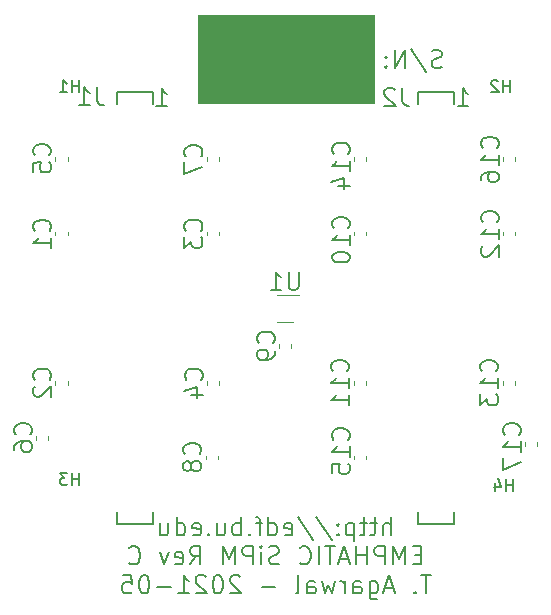
<source format=gbr>
G04 #@! TF.GenerationSoftware,KiCad,Pcbnew,5.1.10-88a1d61d58~88~ubuntu18.04.1*
G04 #@! TF.CreationDate,2021-07-16T13:38:07-04:00*
G04 #@! TF.ProjectId,SiPM_Board_RevC,5369504d-5f42-46f6-9172-645f52657643,rev?*
G04 #@! TF.SameCoordinates,PX8f0d180PY5f5e100*
G04 #@! TF.FileFunction,Legend,Bot*
G04 #@! TF.FilePolarity,Positive*
%FSLAX46Y46*%
G04 Gerber Fmt 4.6, Leading zero omitted, Abs format (unit mm)*
G04 Created by KiCad (PCBNEW 5.1.10-88a1d61d58~88~ubuntu18.04.1) date 2021-07-16 13:38:07*
%MOMM*%
%LPD*%
G01*
G04 APERTURE LIST*
%ADD10C,0.165100*%
%ADD11C,0.100000*%
%ADD12C,0.120000*%
%ADD13C,0.150000*%
G04 APERTURE END LIST*
D10*
X8960857Y-19238328D02*
X8960857Y-17714328D01*
X8307714Y-19238328D02*
X8307714Y-18440042D01*
X8380285Y-18294900D01*
X8525428Y-18222328D01*
X8743142Y-18222328D01*
X8888285Y-18294900D01*
X8960857Y-18367471D01*
X7799714Y-18222328D02*
X7219142Y-18222328D01*
X7582000Y-17714328D02*
X7582000Y-19020614D01*
X7509428Y-19165757D01*
X7364285Y-19238328D01*
X7219142Y-19238328D01*
X6928857Y-18222328D02*
X6348285Y-18222328D01*
X6711142Y-17714328D02*
X6711142Y-19020614D01*
X6638571Y-19165757D01*
X6493428Y-19238328D01*
X6348285Y-19238328D01*
X5840285Y-18222328D02*
X5840285Y-19746328D01*
X5840285Y-18294900D02*
X5695142Y-18222328D01*
X5404857Y-18222328D01*
X5259714Y-18294900D01*
X5187142Y-18367471D01*
X5114571Y-18512614D01*
X5114571Y-18948042D01*
X5187142Y-19093185D01*
X5259714Y-19165757D01*
X5404857Y-19238328D01*
X5695142Y-19238328D01*
X5840285Y-19165757D01*
X4461428Y-19093185D02*
X4388857Y-19165757D01*
X4461428Y-19238328D01*
X4534000Y-19165757D01*
X4461428Y-19093185D01*
X4461428Y-19238328D01*
X4461428Y-18294900D02*
X4388857Y-18367471D01*
X4461428Y-18440042D01*
X4534000Y-18367471D01*
X4461428Y-18294900D01*
X4461428Y-18440042D01*
X2647142Y-17641757D02*
X3953428Y-19601185D01*
X1050571Y-17641757D02*
X2356857Y-19601185D01*
X-38000Y-19165757D02*
X107142Y-19238328D01*
X397428Y-19238328D01*
X542571Y-19165757D01*
X615142Y-19020614D01*
X615142Y-18440042D01*
X542571Y-18294900D01*
X397428Y-18222328D01*
X107142Y-18222328D01*
X-38000Y-18294900D01*
X-110572Y-18440042D01*
X-110572Y-18585185D01*
X615142Y-18730328D01*
X-1416858Y-19238328D02*
X-1416858Y-17714328D01*
X-1416858Y-19165757D02*
X-1271715Y-19238328D01*
X-981429Y-19238328D01*
X-836286Y-19165757D01*
X-763715Y-19093185D01*
X-691143Y-18948042D01*
X-691143Y-18512614D01*
X-763715Y-18367471D01*
X-836286Y-18294900D01*
X-981429Y-18222328D01*
X-1271715Y-18222328D01*
X-1416858Y-18294900D01*
X-1924858Y-18222328D02*
X-2505429Y-18222328D01*
X-2142572Y-19238328D02*
X-2142572Y-17932042D01*
X-2215143Y-17786900D01*
X-2360286Y-17714328D01*
X-2505429Y-17714328D01*
X-3013429Y-19093185D02*
X-3086000Y-19165757D01*
X-3013429Y-19238328D01*
X-2940858Y-19165757D01*
X-3013429Y-19093185D01*
X-3013429Y-19238328D01*
X-3739143Y-19238328D02*
X-3739143Y-17714328D01*
X-3739143Y-18294900D02*
X-3884286Y-18222328D01*
X-4174572Y-18222328D01*
X-4319715Y-18294900D01*
X-4392286Y-18367471D01*
X-4464858Y-18512614D01*
X-4464858Y-18948042D01*
X-4392286Y-19093185D01*
X-4319715Y-19165757D01*
X-4174572Y-19238328D01*
X-3884286Y-19238328D01*
X-3739143Y-19165757D01*
X-5771143Y-18222328D02*
X-5771143Y-19238328D01*
X-5118000Y-18222328D02*
X-5118000Y-19020614D01*
X-5190572Y-19165757D01*
X-5335715Y-19238328D01*
X-5553429Y-19238328D01*
X-5698572Y-19165757D01*
X-5771143Y-19093185D01*
X-6496858Y-19093185D02*
X-6569429Y-19165757D01*
X-6496858Y-19238328D01*
X-6424286Y-19165757D01*
X-6496858Y-19093185D01*
X-6496858Y-19238328D01*
X-7803143Y-19165757D02*
X-7658000Y-19238328D01*
X-7367715Y-19238328D01*
X-7222572Y-19165757D01*
X-7150000Y-19020614D01*
X-7150000Y-18440042D01*
X-7222572Y-18294900D01*
X-7367715Y-18222328D01*
X-7658000Y-18222328D01*
X-7803143Y-18294900D01*
X-7875715Y-18440042D01*
X-7875715Y-18585185D01*
X-7150000Y-18730328D01*
X-9182000Y-19238328D02*
X-9182000Y-17714328D01*
X-9182000Y-19165757D02*
X-9036858Y-19238328D01*
X-8746572Y-19238328D01*
X-8601429Y-19165757D01*
X-8528858Y-19093185D01*
X-8456286Y-18948042D01*
X-8456286Y-18512614D01*
X-8528858Y-18367471D01*
X-8601429Y-18294900D01*
X-8746572Y-18222328D01*
X-9036858Y-18222328D01*
X-9182000Y-18294900D01*
X-10560858Y-18222328D02*
X-10560858Y-19238328D01*
X-9907715Y-18222328D02*
X-9907715Y-19020614D01*
X-9980286Y-19165757D01*
X-10125429Y-19238328D01*
X-10343143Y-19238328D01*
X-10488286Y-19165757D01*
X-10560858Y-19093185D01*
X11537142Y-20891142D02*
X11029142Y-20891142D01*
X10811428Y-21689428D02*
X11537142Y-21689428D01*
X11537142Y-20165428D01*
X10811428Y-20165428D01*
X10158285Y-21689428D02*
X10158285Y-20165428D01*
X9650285Y-21254000D01*
X9142285Y-20165428D01*
X9142285Y-21689428D01*
X8416571Y-21689428D02*
X8416571Y-20165428D01*
X7836000Y-20165428D01*
X7690857Y-20238000D01*
X7618285Y-20310571D01*
X7545714Y-20455714D01*
X7545714Y-20673428D01*
X7618285Y-20818571D01*
X7690857Y-20891142D01*
X7836000Y-20963714D01*
X8416571Y-20963714D01*
X6892571Y-21689428D02*
X6892571Y-20165428D01*
X6892571Y-20891142D02*
X6021714Y-20891142D01*
X6021714Y-21689428D02*
X6021714Y-20165428D01*
X5368571Y-21254000D02*
X4642857Y-21254000D01*
X5513714Y-21689428D02*
X5005714Y-20165428D01*
X4497714Y-21689428D01*
X4207428Y-20165428D02*
X3336571Y-20165428D01*
X3772000Y-21689428D02*
X3772000Y-20165428D01*
X2828571Y-21689428D02*
X2828571Y-20165428D01*
X1232000Y-21544285D02*
X1304571Y-21616857D01*
X1522285Y-21689428D01*
X1667428Y-21689428D01*
X1885142Y-21616857D01*
X2030285Y-21471714D01*
X2102857Y-21326571D01*
X2175428Y-21036285D01*
X2175428Y-20818571D01*
X2102857Y-20528285D01*
X2030285Y-20383142D01*
X1885142Y-20238000D01*
X1667428Y-20165428D01*
X1522285Y-20165428D01*
X1304571Y-20238000D01*
X1232000Y-20310571D01*
X-509715Y-21616857D02*
X-727429Y-21689428D01*
X-1090286Y-21689428D01*
X-1235429Y-21616857D01*
X-1308000Y-21544285D01*
X-1380572Y-21399142D01*
X-1380572Y-21254000D01*
X-1308000Y-21108857D01*
X-1235429Y-21036285D01*
X-1090286Y-20963714D01*
X-800000Y-20891142D01*
X-654858Y-20818571D01*
X-582286Y-20746000D01*
X-509715Y-20600857D01*
X-509715Y-20455714D01*
X-582286Y-20310571D01*
X-654858Y-20238000D01*
X-800000Y-20165428D01*
X-1162858Y-20165428D01*
X-1380572Y-20238000D01*
X-2033715Y-21689428D02*
X-2033715Y-20673428D01*
X-2033715Y-20165428D02*
X-1961143Y-20238000D01*
X-2033715Y-20310571D01*
X-2106286Y-20238000D01*
X-2033715Y-20165428D01*
X-2033715Y-20310571D01*
X-2759429Y-21689428D02*
X-2759429Y-20165428D01*
X-3340000Y-20165428D01*
X-3485143Y-20238000D01*
X-3557715Y-20310571D01*
X-3630286Y-20455714D01*
X-3630286Y-20673428D01*
X-3557715Y-20818571D01*
X-3485143Y-20891142D01*
X-3340000Y-20963714D01*
X-2759429Y-20963714D01*
X-4283429Y-21689428D02*
X-4283429Y-20165428D01*
X-4791429Y-21254000D01*
X-5299429Y-20165428D01*
X-5299429Y-21689428D01*
X-8057143Y-21689428D02*
X-7549143Y-20963714D01*
X-7186286Y-21689428D02*
X-7186286Y-20165428D01*
X-7766858Y-20165428D01*
X-7912000Y-20238000D01*
X-7984572Y-20310571D01*
X-8057143Y-20455714D01*
X-8057143Y-20673428D01*
X-7984572Y-20818571D01*
X-7912000Y-20891142D01*
X-7766858Y-20963714D01*
X-7186286Y-20963714D01*
X-9290858Y-21616857D02*
X-9145715Y-21689428D01*
X-8855429Y-21689428D01*
X-8710286Y-21616857D01*
X-8637715Y-21471714D01*
X-8637715Y-20891142D01*
X-8710286Y-20746000D01*
X-8855429Y-20673428D01*
X-9145715Y-20673428D01*
X-9290858Y-20746000D01*
X-9363429Y-20891142D01*
X-9363429Y-21036285D01*
X-8637715Y-21181428D01*
X-9871429Y-20673428D02*
X-10234286Y-21689428D01*
X-10597143Y-20673428D01*
X-13209715Y-21544285D02*
X-13137143Y-21616857D01*
X-12919429Y-21689428D01*
X-12774286Y-21689428D01*
X-12556572Y-21616857D01*
X-12411429Y-21471714D01*
X-12338858Y-21326571D01*
X-12266286Y-21036285D01*
X-12266286Y-20818571D01*
X-12338858Y-20528285D01*
X-12411429Y-20383142D01*
X-12556572Y-20238000D01*
X-12774286Y-20165428D01*
X-12919429Y-20165428D01*
X-13137143Y-20238000D01*
X-13209715Y-20310571D01*
X12371714Y-22616528D02*
X11500857Y-22616528D01*
X11936285Y-24140528D02*
X11936285Y-22616528D01*
X10992857Y-23995385D02*
X10920285Y-24067957D01*
X10992857Y-24140528D01*
X11065428Y-24067957D01*
X10992857Y-23995385D01*
X10992857Y-24140528D01*
X9178571Y-23705100D02*
X8452857Y-23705100D01*
X9323714Y-24140528D02*
X8815714Y-22616528D01*
X8307714Y-24140528D01*
X7146571Y-23124528D02*
X7146571Y-24358242D01*
X7219142Y-24503385D01*
X7291714Y-24575957D01*
X7436857Y-24648528D01*
X7654571Y-24648528D01*
X7799714Y-24575957D01*
X7146571Y-24067957D02*
X7291714Y-24140528D01*
X7582000Y-24140528D01*
X7727142Y-24067957D01*
X7799714Y-23995385D01*
X7872285Y-23850242D01*
X7872285Y-23414814D01*
X7799714Y-23269671D01*
X7727142Y-23197100D01*
X7582000Y-23124528D01*
X7291714Y-23124528D01*
X7146571Y-23197100D01*
X5767714Y-24140528D02*
X5767714Y-23342242D01*
X5840285Y-23197100D01*
X5985428Y-23124528D01*
X6275714Y-23124528D01*
X6420857Y-23197100D01*
X5767714Y-24067957D02*
X5912857Y-24140528D01*
X6275714Y-24140528D01*
X6420857Y-24067957D01*
X6493428Y-23922814D01*
X6493428Y-23777671D01*
X6420857Y-23632528D01*
X6275714Y-23559957D01*
X5912857Y-23559957D01*
X5767714Y-23487385D01*
X5042000Y-24140528D02*
X5042000Y-23124528D01*
X5042000Y-23414814D02*
X4969428Y-23269671D01*
X4896857Y-23197100D01*
X4751714Y-23124528D01*
X4606571Y-23124528D01*
X4243714Y-23124528D02*
X3953428Y-24140528D01*
X3663142Y-23414814D01*
X3372857Y-24140528D01*
X3082571Y-23124528D01*
X1848857Y-24140528D02*
X1848857Y-23342242D01*
X1921428Y-23197100D01*
X2066571Y-23124528D01*
X2356857Y-23124528D01*
X2502000Y-23197100D01*
X1848857Y-24067957D02*
X1994000Y-24140528D01*
X2356857Y-24140528D01*
X2502000Y-24067957D01*
X2574571Y-23922814D01*
X2574571Y-23777671D01*
X2502000Y-23632528D01*
X2356857Y-23559957D01*
X1994000Y-23559957D01*
X1848857Y-23487385D01*
X905428Y-24140528D02*
X1050571Y-24067957D01*
X1123142Y-23922814D01*
X1123142Y-22616528D01*
X-836286Y-23559957D02*
X-1997429Y-23559957D01*
X-3811715Y-22761671D02*
X-3884286Y-22689100D01*
X-4029429Y-22616528D01*
X-4392286Y-22616528D01*
X-4537429Y-22689100D01*
X-4610000Y-22761671D01*
X-4682572Y-22906814D01*
X-4682572Y-23051957D01*
X-4610000Y-23269671D01*
X-3739143Y-24140528D01*
X-4682572Y-24140528D01*
X-5626000Y-22616528D02*
X-5771143Y-22616528D01*
X-5916286Y-22689100D01*
X-5988858Y-22761671D01*
X-6061429Y-22906814D01*
X-6134000Y-23197100D01*
X-6134000Y-23559957D01*
X-6061429Y-23850242D01*
X-5988858Y-23995385D01*
X-5916286Y-24067957D01*
X-5771143Y-24140528D01*
X-5626000Y-24140528D01*
X-5480858Y-24067957D01*
X-5408286Y-23995385D01*
X-5335715Y-23850242D01*
X-5263143Y-23559957D01*
X-5263143Y-23197100D01*
X-5335715Y-22906814D01*
X-5408286Y-22761671D01*
X-5480858Y-22689100D01*
X-5626000Y-22616528D01*
X-6714572Y-22761671D02*
X-6787143Y-22689100D01*
X-6932286Y-22616528D01*
X-7295143Y-22616528D01*
X-7440286Y-22689100D01*
X-7512858Y-22761671D01*
X-7585429Y-22906814D01*
X-7585429Y-23051957D01*
X-7512858Y-23269671D01*
X-6642000Y-24140528D01*
X-7585429Y-24140528D01*
X-9036858Y-24140528D02*
X-8166000Y-24140528D01*
X-8601429Y-24140528D02*
X-8601429Y-22616528D01*
X-8456286Y-22834242D01*
X-8311143Y-22979385D01*
X-8166000Y-23051957D01*
X-9690000Y-23559957D02*
X-10851143Y-23559957D01*
X-11867143Y-22616528D02*
X-12012286Y-22616528D01*
X-12157429Y-22689100D01*
X-12230000Y-22761671D01*
X-12302572Y-22906814D01*
X-12375143Y-23197100D01*
X-12375143Y-23559957D01*
X-12302572Y-23850242D01*
X-12230000Y-23995385D01*
X-12157429Y-24067957D01*
X-12012286Y-24140528D01*
X-11867143Y-24140528D01*
X-11722000Y-24067957D01*
X-11649429Y-23995385D01*
X-11576858Y-23850242D01*
X-11504286Y-23559957D01*
X-11504286Y-23197100D01*
X-11576858Y-22906814D01*
X-11649429Y-22761671D01*
X-11722000Y-22689100D01*
X-11867143Y-22616528D01*
X-13754000Y-22616528D02*
X-13028286Y-22616528D01*
X-12955715Y-23342242D01*
X-13028286Y-23269671D01*
X-13173429Y-23197100D01*
X-13536286Y-23197100D01*
X-13681429Y-23269671D01*
X-13754000Y-23342242D01*
X-13826572Y-23487385D01*
X-13826572Y-23850242D01*
X-13754000Y-23995385D01*
X-13681429Y-24067957D01*
X-13536286Y-24140528D01*
X-13173429Y-24140528D01*
X-13028286Y-24067957D01*
X-12955715Y-23995385D01*
D11*
G36*
X7500000Y17400000D02*
G01*
X-7400000Y17400000D01*
X-7400000Y24800000D01*
X7500000Y24800000D01*
X7500000Y17400000D01*
G37*
X7500000Y17400000D02*
X-7400000Y17400000D01*
X-7400000Y24800000D01*
X7500000Y24800000D01*
X7500000Y17400000D01*
D10*
X13264857Y20433143D02*
X13047142Y20360572D01*
X12684285Y20360572D01*
X12539142Y20433143D01*
X12466571Y20505715D01*
X12394000Y20650858D01*
X12394000Y20796000D01*
X12466571Y20941143D01*
X12539142Y21013715D01*
X12684285Y21086286D01*
X12974571Y21158858D01*
X13119714Y21231429D01*
X13192285Y21304000D01*
X13264857Y21449143D01*
X13264857Y21594286D01*
X13192285Y21739429D01*
X13119714Y21812000D01*
X12974571Y21884572D01*
X12611714Y21884572D01*
X12394000Y21812000D01*
X10652285Y21957143D02*
X11958571Y19997715D01*
X10144285Y20360572D02*
X10144285Y21884572D01*
X9273428Y20360572D01*
X9273428Y21884572D01*
X8547714Y20505715D02*
X8475142Y20433143D01*
X8547714Y20360572D01*
X8620285Y20433143D01*
X8547714Y20505715D01*
X8547714Y20360572D01*
X8547714Y21304000D02*
X8475142Y21231429D01*
X8547714Y21158858D01*
X8620285Y21231429D01*
X8547714Y21304000D01*
X8547714Y21158858D01*
G04 #@! TO.C,J2*
X11226000Y17272000D02*
X11226000Y18288000D01*
X11226000Y18288000D02*
X14274000Y18288000D01*
X14274000Y18288000D02*
X14274000Y17272000D01*
X14274000Y-17272000D02*
X14274000Y-18288000D01*
X11226000Y-18288000D02*
X11226000Y-17272000D01*
X14274000Y-18288000D02*
X11226000Y-18288000D01*
D12*
G04 #@! TO.C,C16*
X19450000Y12776267D02*
X19450000Y12483733D01*
X18430000Y12776267D02*
X18430000Y12483733D01*
G04 #@! TO.C,U1*
X700000Y-1160000D02*
X-700000Y-1160000D01*
X-700000Y1160000D02*
X1200000Y1160000D01*
D10*
G04 #@! TO.C,J1*
X-14274000Y17272000D02*
X-14274000Y18288000D01*
X-14274000Y18288000D02*
X-11226000Y18288000D01*
X-11226000Y18288000D02*
X-11226000Y17272000D01*
X-11226000Y-17272000D02*
X-11226000Y-18288000D01*
X-14274000Y-18288000D02*
X-14274000Y-17272000D01*
X-11226000Y-18288000D02*
X-14274000Y-18288000D01*
D12*
G04 #@! TO.C,C15*
X6820000Y-12483733D02*
X6820000Y-12776267D01*
X5800000Y-12483733D02*
X5800000Y-12776267D01*
G04 #@! TO.C,C9*
X-510000Y-3033733D02*
X-510000Y-3326267D01*
X510000Y-3033733D02*
X510000Y-3326267D01*
G04 #@! TO.C,C5*
X-19450000Y12776267D02*
X-19450000Y12483733D01*
X-18430000Y12776267D02*
X-18430000Y12483733D01*
G04 #@! TO.C,C7*
X-5620000Y12776267D02*
X-5620000Y12483733D01*
X-6640000Y12776267D02*
X-6640000Y12483733D01*
G04 #@! TO.C,C6*
X-21070000Y-10823733D02*
X-21070000Y-11116267D01*
X-20050000Y-10823733D02*
X-20050000Y-11116267D01*
G04 #@! TO.C,C8*
X-5670000Y-12483733D02*
X-5670000Y-12776267D01*
X-6690000Y-12483733D02*
X-6690000Y-12776267D01*
G04 #@! TO.C,C14*
X5800000Y12776267D02*
X5800000Y12483733D01*
X6820000Y12776267D02*
X6820000Y12483733D01*
G04 #@! TO.C,C17*
X20290000Y-11353733D02*
X20290000Y-11646267D01*
X21310000Y-11353733D02*
X21310000Y-11646267D01*
G04 #@! TO.C,C1*
X-18430000Y6456267D02*
X-18430000Y6163733D01*
X-19450000Y6456267D02*
X-19450000Y6163733D01*
G04 #@! TO.C,C3*
X-6640000Y6456267D02*
X-6640000Y6163733D01*
X-5620000Y6456267D02*
X-5620000Y6163733D01*
G04 #@! TO.C,C2*
X-18430000Y-6163733D02*
X-18430000Y-6456267D01*
X-19450000Y-6163733D02*
X-19450000Y-6456267D01*
G04 #@! TO.C,C4*
X-6640000Y-6163733D02*
X-6640000Y-6456267D01*
X-5620000Y-6163733D02*
X-5620000Y-6456267D01*
G04 #@! TO.C,C10*
X6820000Y6456267D02*
X6820000Y6163733D01*
X5800000Y6456267D02*
X5800000Y6163733D01*
G04 #@! TO.C,C12*
X18430000Y6456267D02*
X18430000Y6163733D01*
X19450000Y6456267D02*
X19450000Y6163733D01*
G04 #@! TO.C,C11*
X6820000Y-6163733D02*
X6820000Y-6456267D01*
X5800000Y-6163733D02*
X5800000Y-6456267D01*
G04 #@! TO.C,C13*
X18430000Y-6163733D02*
X18430000Y-6456267D01*
X19450000Y-6163733D02*
X19450000Y-6456267D01*
G04 #@! TO.C,H1*
D13*
X-17488096Y18297620D02*
X-17488096Y19297620D01*
X-17488096Y18821429D02*
X-18059524Y18821429D01*
X-18059524Y18297620D02*
X-18059524Y19297620D01*
X-19059524Y18297620D02*
X-18488096Y18297620D01*
X-18773810Y18297620D02*
X-18773810Y19297620D01*
X-18678572Y19154762D01*
X-18583334Y19059524D01*
X-18488096Y19011905D01*
G04 #@! TO.C,H2*
X19011904Y18297620D02*
X19011904Y19297620D01*
X19011904Y18821429D02*
X18440476Y18821429D01*
X18440476Y18297620D02*
X18440476Y19297620D01*
X18011904Y19202381D02*
X17964285Y19250000D01*
X17869047Y19297620D01*
X17630952Y19297620D01*
X17535714Y19250000D01*
X17488095Y19202381D01*
X17440476Y19107143D01*
X17440476Y19011905D01*
X17488095Y18869048D01*
X18059523Y18297620D01*
X17440476Y18297620D01*
G04 #@! TO.C,H3*
X-17488096Y-14952380D02*
X-17488096Y-13952380D01*
X-17488096Y-14428571D02*
X-18059524Y-14428571D01*
X-18059524Y-14952380D02*
X-18059524Y-13952380D01*
X-18440477Y-13952380D02*
X-19059524Y-13952380D01*
X-18726191Y-14333333D01*
X-18869048Y-14333333D01*
X-18964286Y-14380952D01*
X-19011905Y-14428571D01*
X-19059524Y-14523809D01*
X-19059524Y-14761904D01*
X-19011905Y-14857142D01*
X-18964286Y-14904761D01*
X-18869048Y-14952380D01*
X-18583334Y-14952380D01*
X-18488096Y-14904761D01*
X-18440477Y-14857142D01*
G04 #@! TO.C,H4*
X19261904Y-15452380D02*
X19261904Y-14452380D01*
X19261904Y-14928571D02*
X18690476Y-14928571D01*
X18690476Y-15452380D02*
X18690476Y-14452380D01*
X17785714Y-14785714D02*
X17785714Y-15452380D01*
X18023809Y-14404761D02*
X18261904Y-15119047D01*
X17642857Y-15119047D01*
G04 #@! TO.C,J2*
D10*
X9928000Y18654572D02*
X9928000Y17566000D01*
X10000571Y17348286D01*
X10145714Y17203143D01*
X10363428Y17130572D01*
X10508571Y17130572D01*
X9274857Y18509429D02*
X9202285Y18582000D01*
X9057142Y18654572D01*
X8694285Y18654572D01*
X8549142Y18582000D01*
X8476571Y18509429D01*
X8404000Y18364286D01*
X8404000Y18219143D01*
X8476571Y18001429D01*
X9347428Y17130572D01*
X8404000Y17130572D01*
X14600571Y17090572D02*
X15471428Y17090572D01*
X15036000Y17090572D02*
X15036000Y18614572D01*
X15181142Y18396858D01*
X15326285Y18251715D01*
X15471428Y18179143D01*
G04 #@! TO.C,C16*
X17944285Y13579715D02*
X18016857Y13652286D01*
X18089428Y13870000D01*
X18089428Y14015143D01*
X18016857Y14232858D01*
X17871714Y14378000D01*
X17726571Y14450572D01*
X17436285Y14523143D01*
X17218571Y14523143D01*
X16928285Y14450572D01*
X16783142Y14378000D01*
X16638000Y14232858D01*
X16565428Y14015143D01*
X16565428Y13870000D01*
X16638000Y13652286D01*
X16710571Y13579715D01*
X18089428Y12128286D02*
X18089428Y12999143D01*
X18089428Y12563715D02*
X16565428Y12563715D01*
X16783142Y12708858D01*
X16928285Y12854000D01*
X17000857Y12999143D01*
X16565428Y10822000D02*
X16565428Y11112286D01*
X16638000Y11257429D01*
X16710571Y11330000D01*
X16928285Y11475143D01*
X17218571Y11547715D01*
X17799142Y11547715D01*
X17944285Y11475143D01*
X18016857Y11402572D01*
X18089428Y11257429D01*
X18089428Y10967143D01*
X18016857Y10822000D01*
X17944285Y10749429D01*
X17799142Y10676858D01*
X17436285Y10676858D01*
X17291142Y10749429D01*
X17218571Y10822000D01*
X17146000Y10967143D01*
X17146000Y11257429D01*
X17218571Y11402572D01*
X17291142Y11475143D01*
X17436285Y11547715D01*
G04 #@! TO.C,U1*
X1161142Y3084572D02*
X1161142Y1850858D01*
X1088571Y1705715D01*
X1016000Y1633143D01*
X870857Y1560572D01*
X580571Y1560572D01*
X435428Y1633143D01*
X362857Y1705715D01*
X290285Y1850858D01*
X290285Y3084572D01*
X-1233715Y1560572D02*
X-362858Y1560572D01*
X-798286Y1560572D02*
X-798286Y3084572D01*
X-653143Y2866858D01*
X-508000Y2721715D01*
X-362858Y2649143D01*
G04 #@! TO.C,J1*
X-15912000Y18694572D02*
X-15912000Y17606000D01*
X-15839429Y17388286D01*
X-15694286Y17243143D01*
X-15476572Y17170572D01*
X-15331429Y17170572D01*
X-17436000Y17170572D02*
X-16565143Y17170572D01*
X-17000572Y17170572D02*
X-17000572Y18694572D01*
X-16855429Y18476858D01*
X-16710286Y18331715D01*
X-16565143Y18259143D01*
X-10899429Y17090572D02*
X-10028572Y17090572D01*
X-10464000Y17090572D02*
X-10464000Y18614572D01*
X-10318858Y18396858D01*
X-10173715Y18251715D01*
X-10028572Y18179143D01*
G04 #@! TO.C,C15*
X5314285Y-11120285D02*
X5386857Y-11047714D01*
X5459428Y-10830000D01*
X5459428Y-10684857D01*
X5386857Y-10467142D01*
X5241714Y-10322000D01*
X5096571Y-10249428D01*
X4806285Y-10176857D01*
X4588571Y-10176857D01*
X4298285Y-10249428D01*
X4153142Y-10322000D01*
X4008000Y-10467142D01*
X3935428Y-10684857D01*
X3935428Y-10830000D01*
X4008000Y-11047714D01*
X4080571Y-11120285D01*
X5459428Y-12571714D02*
X5459428Y-11700857D01*
X5459428Y-12136285D02*
X3935428Y-12136285D01*
X4153142Y-11991142D01*
X4298285Y-11846000D01*
X4370857Y-11700857D01*
X3935428Y-13950571D02*
X3935428Y-13224857D01*
X4661142Y-13152285D01*
X4588571Y-13224857D01*
X4516000Y-13370000D01*
X4516000Y-13732857D01*
X4588571Y-13878000D01*
X4661142Y-13950571D01*
X4806285Y-14023142D01*
X5169142Y-14023142D01*
X5314285Y-13950571D01*
X5386857Y-13878000D01*
X5459428Y-13732857D01*
X5459428Y-13370000D01*
X5386857Y-13224857D01*
X5314285Y-13152285D01*
G04 #@! TO.C,C9*
X-1005715Y-2916000D02*
X-933143Y-2843428D01*
X-860572Y-2625714D01*
X-860572Y-2480571D01*
X-933143Y-2262857D01*
X-1078286Y-2117714D01*
X-1223429Y-2045142D01*
X-1513715Y-1972571D01*
X-1731429Y-1972571D01*
X-2021715Y-2045142D01*
X-2166858Y-2117714D01*
X-2312000Y-2262857D01*
X-2384572Y-2480571D01*
X-2384572Y-2625714D01*
X-2312000Y-2843428D01*
X-2239429Y-2916000D01*
X-860572Y-3641714D02*
X-860572Y-3932000D01*
X-933143Y-4077142D01*
X-1005715Y-4149714D01*
X-1223429Y-4294857D01*
X-1513715Y-4367428D01*
X-2094286Y-4367428D01*
X-2239429Y-4294857D01*
X-2312000Y-4222285D01*
X-2384572Y-4077142D01*
X-2384572Y-3786857D01*
X-2312000Y-3641714D01*
X-2239429Y-3569142D01*
X-2094286Y-3496571D01*
X-1731429Y-3496571D01*
X-1586286Y-3569142D01*
X-1513715Y-3641714D01*
X-1441143Y-3786857D01*
X-1441143Y-4077142D01*
X-1513715Y-4222285D01*
X-1586286Y-4294857D01*
X-1731429Y-4367428D01*
G04 #@! TO.C,C5*
X-19985715Y12954000D02*
X-19913143Y13026572D01*
X-19840572Y13244286D01*
X-19840572Y13389429D01*
X-19913143Y13607143D01*
X-20058286Y13752286D01*
X-20203429Y13824858D01*
X-20493715Y13897429D01*
X-20711429Y13897429D01*
X-21001715Y13824858D01*
X-21146858Y13752286D01*
X-21292000Y13607143D01*
X-21364572Y13389429D01*
X-21364572Y13244286D01*
X-21292000Y13026572D01*
X-21219429Y12954000D01*
X-21364572Y11575143D02*
X-21364572Y12300858D01*
X-20638858Y12373429D01*
X-20711429Y12300858D01*
X-20784000Y12155715D01*
X-20784000Y11792858D01*
X-20711429Y11647715D01*
X-20638858Y11575143D01*
X-20493715Y11502572D01*
X-20130858Y11502572D01*
X-19985715Y11575143D01*
X-19913143Y11647715D01*
X-19840572Y11792858D01*
X-19840572Y12155715D01*
X-19913143Y12300858D01*
X-19985715Y12373429D01*
G04 #@! TO.C,C7*
X-7155715Y12854000D02*
X-7083143Y12926572D01*
X-7010572Y13144286D01*
X-7010572Y13289429D01*
X-7083143Y13507143D01*
X-7228286Y13652286D01*
X-7373429Y13724858D01*
X-7663715Y13797429D01*
X-7881429Y13797429D01*
X-8171715Y13724858D01*
X-8316858Y13652286D01*
X-8462000Y13507143D01*
X-8534572Y13289429D01*
X-8534572Y13144286D01*
X-8462000Y12926572D01*
X-8389429Y12854000D01*
X-8534572Y12346000D02*
X-8534572Y11330000D01*
X-7010572Y11983143D01*
G04 #@! TO.C,C6*
X-21575715Y-10686000D02*
X-21503143Y-10613428D01*
X-21430572Y-10395714D01*
X-21430572Y-10250571D01*
X-21503143Y-10032857D01*
X-21648286Y-9887714D01*
X-21793429Y-9815142D01*
X-22083715Y-9742571D01*
X-22301429Y-9742571D01*
X-22591715Y-9815142D01*
X-22736858Y-9887714D01*
X-22882000Y-10032857D01*
X-22954572Y-10250571D01*
X-22954572Y-10395714D01*
X-22882000Y-10613428D01*
X-22809429Y-10686000D01*
X-22954572Y-11992285D02*
X-22954572Y-11702000D01*
X-22882000Y-11556857D01*
X-22809429Y-11484285D01*
X-22591715Y-11339142D01*
X-22301429Y-11266571D01*
X-21720858Y-11266571D01*
X-21575715Y-11339142D01*
X-21503143Y-11411714D01*
X-21430572Y-11556857D01*
X-21430572Y-11847142D01*
X-21503143Y-11992285D01*
X-21575715Y-12064857D01*
X-21720858Y-12137428D01*
X-22083715Y-12137428D01*
X-22228858Y-12064857D01*
X-22301429Y-11992285D01*
X-22374000Y-11847142D01*
X-22374000Y-11556857D01*
X-22301429Y-11411714D01*
X-22228858Y-11339142D01*
X-22083715Y-11266571D01*
G04 #@! TO.C,C8*
X-7255715Y-12346000D02*
X-7183143Y-12273428D01*
X-7110572Y-12055714D01*
X-7110572Y-11910571D01*
X-7183143Y-11692857D01*
X-7328286Y-11547714D01*
X-7473429Y-11475142D01*
X-7763715Y-11402571D01*
X-7981429Y-11402571D01*
X-8271715Y-11475142D01*
X-8416858Y-11547714D01*
X-8562000Y-11692857D01*
X-8634572Y-11910571D01*
X-8634572Y-12055714D01*
X-8562000Y-12273428D01*
X-8489429Y-12346000D01*
X-7981429Y-13216857D02*
X-8054000Y-13071714D01*
X-8126572Y-12999142D01*
X-8271715Y-12926571D01*
X-8344286Y-12926571D01*
X-8489429Y-12999142D01*
X-8562000Y-13071714D01*
X-8634572Y-13216857D01*
X-8634572Y-13507142D01*
X-8562000Y-13652285D01*
X-8489429Y-13724857D01*
X-8344286Y-13797428D01*
X-8271715Y-13797428D01*
X-8126572Y-13724857D01*
X-8054000Y-13652285D01*
X-7981429Y-13507142D01*
X-7981429Y-13216857D01*
X-7908858Y-13071714D01*
X-7836286Y-12999142D01*
X-7691143Y-12926571D01*
X-7400858Y-12926571D01*
X-7255715Y-12999142D01*
X-7183143Y-13071714D01*
X-7110572Y-13216857D01*
X-7110572Y-13507142D01*
X-7183143Y-13652285D01*
X-7255715Y-13724857D01*
X-7400858Y-13797428D01*
X-7691143Y-13797428D01*
X-7836286Y-13724857D01*
X-7908858Y-13652285D01*
X-7981429Y-13507142D01*
G04 #@! TO.C,C14*
X5344285Y13079715D02*
X5416857Y13152286D01*
X5489428Y13370000D01*
X5489428Y13515143D01*
X5416857Y13732858D01*
X5271714Y13878000D01*
X5126571Y13950572D01*
X4836285Y14023143D01*
X4618571Y14023143D01*
X4328285Y13950572D01*
X4183142Y13878000D01*
X4038000Y13732858D01*
X3965428Y13515143D01*
X3965428Y13370000D01*
X4038000Y13152286D01*
X4110571Y13079715D01*
X5489428Y11628286D02*
X5489428Y12499143D01*
X5489428Y12063715D02*
X3965428Y12063715D01*
X4183142Y12208858D01*
X4328285Y12354000D01*
X4400857Y12499143D01*
X4473428Y10322000D02*
X5489428Y10322000D01*
X3892857Y10684858D02*
X4981428Y11047715D01*
X4981428Y10104286D01*
G04 #@! TO.C,C17*
X19804285Y-10690285D02*
X19876857Y-10617714D01*
X19949428Y-10400000D01*
X19949428Y-10254857D01*
X19876857Y-10037142D01*
X19731714Y-9892000D01*
X19586571Y-9819428D01*
X19296285Y-9746857D01*
X19078571Y-9746857D01*
X18788285Y-9819428D01*
X18643142Y-9892000D01*
X18498000Y-10037142D01*
X18425428Y-10254857D01*
X18425428Y-10400000D01*
X18498000Y-10617714D01*
X18570571Y-10690285D01*
X19949428Y-12141714D02*
X19949428Y-11270857D01*
X19949428Y-11706285D02*
X18425428Y-11706285D01*
X18643142Y-11561142D01*
X18788285Y-11416000D01*
X18860857Y-11270857D01*
X18425428Y-12649714D02*
X18425428Y-13665714D01*
X19949428Y-13012571D01*
G04 #@! TO.C,C1*
X-19955715Y6554000D02*
X-19883143Y6626572D01*
X-19810572Y6844286D01*
X-19810572Y6989429D01*
X-19883143Y7207143D01*
X-20028286Y7352286D01*
X-20173429Y7424858D01*
X-20463715Y7497429D01*
X-20681429Y7497429D01*
X-20971715Y7424858D01*
X-21116858Y7352286D01*
X-21262000Y7207143D01*
X-21334572Y6989429D01*
X-21334572Y6844286D01*
X-21262000Y6626572D01*
X-21189429Y6554000D01*
X-19810572Y5102572D02*
X-19810572Y5973429D01*
X-19810572Y5538000D02*
X-21334572Y5538000D01*
X-21116858Y5683143D01*
X-20971715Y5828286D01*
X-20899143Y5973429D01*
G04 #@! TO.C,C3*
X-7155715Y6564000D02*
X-7083143Y6636572D01*
X-7010572Y6854286D01*
X-7010572Y6999429D01*
X-7083143Y7217143D01*
X-7228286Y7362286D01*
X-7373429Y7434858D01*
X-7663715Y7507429D01*
X-7881429Y7507429D01*
X-8171715Y7434858D01*
X-8316858Y7362286D01*
X-8462000Y7217143D01*
X-8534572Y6999429D01*
X-8534572Y6854286D01*
X-8462000Y6636572D01*
X-8389429Y6564000D01*
X-8534572Y6056000D02*
X-8534572Y5112572D01*
X-7954000Y5620572D01*
X-7954000Y5402858D01*
X-7881429Y5257715D01*
X-7808858Y5185143D01*
X-7663715Y5112572D01*
X-7300858Y5112572D01*
X-7155715Y5185143D01*
X-7083143Y5257715D01*
X-7010572Y5402858D01*
X-7010572Y5838286D01*
X-7083143Y5983429D01*
X-7155715Y6056000D01*
G04 #@! TO.C,C2*
X-19955715Y-6046000D02*
X-19883143Y-5973428D01*
X-19810572Y-5755714D01*
X-19810572Y-5610571D01*
X-19883143Y-5392857D01*
X-20028286Y-5247714D01*
X-20173429Y-5175142D01*
X-20463715Y-5102571D01*
X-20681429Y-5102571D01*
X-20971715Y-5175142D01*
X-21116858Y-5247714D01*
X-21262000Y-5392857D01*
X-21334572Y-5610571D01*
X-21334572Y-5755714D01*
X-21262000Y-5973428D01*
X-21189429Y-6046000D01*
X-21189429Y-6626571D02*
X-21262000Y-6699142D01*
X-21334572Y-6844285D01*
X-21334572Y-7207142D01*
X-21262000Y-7352285D01*
X-21189429Y-7424857D01*
X-21044286Y-7497428D01*
X-20899143Y-7497428D01*
X-20681429Y-7424857D01*
X-19810572Y-6554000D01*
X-19810572Y-7497428D01*
G04 #@! TO.C,C4*
X-7125715Y-6046000D02*
X-7053143Y-5973428D01*
X-6980572Y-5755714D01*
X-6980572Y-5610571D01*
X-7053143Y-5392857D01*
X-7198286Y-5247714D01*
X-7343429Y-5175142D01*
X-7633715Y-5102571D01*
X-7851429Y-5102571D01*
X-8141715Y-5175142D01*
X-8286858Y-5247714D01*
X-8432000Y-5392857D01*
X-8504572Y-5610571D01*
X-8504572Y-5755714D01*
X-8432000Y-5973428D01*
X-8359429Y-6046000D01*
X-7996572Y-7352285D02*
X-6980572Y-7352285D01*
X-8577143Y-6989428D02*
X-7488572Y-6626571D01*
X-7488572Y-7570000D01*
G04 #@! TO.C,C10*
X5344285Y6779715D02*
X5416857Y6852286D01*
X5489428Y7070000D01*
X5489428Y7215143D01*
X5416857Y7432858D01*
X5271714Y7578000D01*
X5126571Y7650572D01*
X4836285Y7723143D01*
X4618571Y7723143D01*
X4328285Y7650572D01*
X4183142Y7578000D01*
X4038000Y7432858D01*
X3965428Y7215143D01*
X3965428Y7070000D01*
X4038000Y6852286D01*
X4110571Y6779715D01*
X5489428Y5328286D02*
X5489428Y6199143D01*
X5489428Y5763715D02*
X3965428Y5763715D01*
X4183142Y5908858D01*
X4328285Y6054000D01*
X4400857Y6199143D01*
X3965428Y4384858D02*
X3965428Y4239715D01*
X4038000Y4094572D01*
X4110571Y4022000D01*
X4255714Y3949429D01*
X4546000Y3876858D01*
X4908857Y3876858D01*
X5199142Y3949429D01*
X5344285Y4022000D01*
X5416857Y4094572D01*
X5489428Y4239715D01*
X5489428Y4384858D01*
X5416857Y4530000D01*
X5344285Y4602572D01*
X5199142Y4675143D01*
X4908857Y4747715D01*
X4546000Y4747715D01*
X4255714Y4675143D01*
X4110571Y4602572D01*
X4038000Y4530000D01*
X3965428Y4384858D01*
G04 #@! TO.C,C12*
X17944285Y7279715D02*
X18016857Y7352286D01*
X18089428Y7570000D01*
X18089428Y7715143D01*
X18016857Y7932858D01*
X17871714Y8078000D01*
X17726571Y8150572D01*
X17436285Y8223143D01*
X17218571Y8223143D01*
X16928285Y8150572D01*
X16783142Y8078000D01*
X16638000Y7932858D01*
X16565428Y7715143D01*
X16565428Y7570000D01*
X16638000Y7352286D01*
X16710571Y7279715D01*
X18089428Y5828286D02*
X18089428Y6699143D01*
X18089428Y6263715D02*
X16565428Y6263715D01*
X16783142Y6408858D01*
X16928285Y6554000D01*
X17000857Y6699143D01*
X16710571Y5247715D02*
X16638000Y5175143D01*
X16565428Y5030000D01*
X16565428Y4667143D01*
X16638000Y4522000D01*
X16710571Y4449429D01*
X16855714Y4376858D01*
X17000857Y4376858D01*
X17218571Y4449429D01*
X18089428Y5320286D01*
X18089428Y4376858D01*
G04 #@! TO.C,C11*
X5244285Y-5320285D02*
X5316857Y-5247714D01*
X5389428Y-5030000D01*
X5389428Y-4884857D01*
X5316857Y-4667142D01*
X5171714Y-4522000D01*
X5026571Y-4449428D01*
X4736285Y-4376857D01*
X4518571Y-4376857D01*
X4228285Y-4449428D01*
X4083142Y-4522000D01*
X3938000Y-4667142D01*
X3865428Y-4884857D01*
X3865428Y-5030000D01*
X3938000Y-5247714D01*
X4010571Y-5320285D01*
X5389428Y-6771714D02*
X5389428Y-5900857D01*
X5389428Y-6336285D02*
X3865428Y-6336285D01*
X4083142Y-6191142D01*
X4228285Y-6046000D01*
X4300857Y-5900857D01*
X5389428Y-8223142D02*
X5389428Y-7352285D01*
X5389428Y-7787714D02*
X3865428Y-7787714D01*
X4083142Y-7642571D01*
X4228285Y-7497428D01*
X4300857Y-7352285D01*
G04 #@! TO.C,C13*
X17874285Y-5320285D02*
X17946857Y-5247714D01*
X18019428Y-5030000D01*
X18019428Y-4884857D01*
X17946857Y-4667142D01*
X17801714Y-4522000D01*
X17656571Y-4449428D01*
X17366285Y-4376857D01*
X17148571Y-4376857D01*
X16858285Y-4449428D01*
X16713142Y-4522000D01*
X16568000Y-4667142D01*
X16495428Y-4884857D01*
X16495428Y-5030000D01*
X16568000Y-5247714D01*
X16640571Y-5320285D01*
X18019428Y-6771714D02*
X18019428Y-5900857D01*
X18019428Y-6336285D02*
X16495428Y-6336285D01*
X16713142Y-6191142D01*
X16858285Y-6046000D01*
X16930857Y-5900857D01*
X16495428Y-7279714D02*
X16495428Y-8223142D01*
X17076000Y-7715142D01*
X17076000Y-7932857D01*
X17148571Y-8078000D01*
X17221142Y-8150571D01*
X17366285Y-8223142D01*
X17729142Y-8223142D01*
X17874285Y-8150571D01*
X17946857Y-8078000D01*
X18019428Y-7932857D01*
X18019428Y-7497428D01*
X17946857Y-7352285D01*
X17874285Y-7279714D01*
G04 #@! TD*
M02*

</source>
